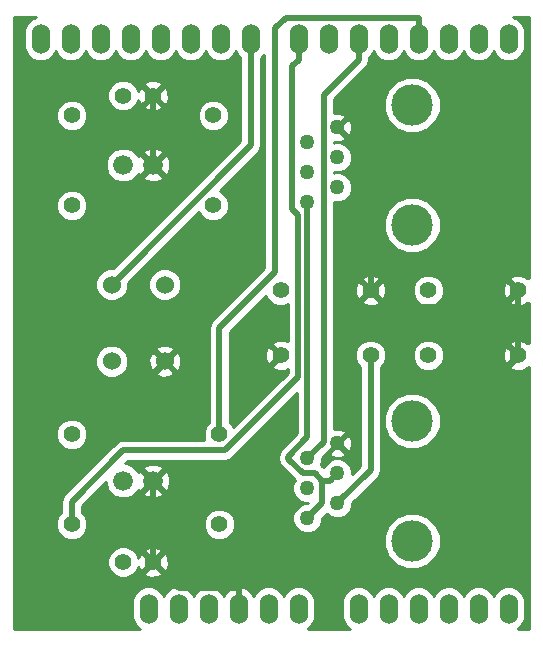
<source format=gtl>
G04 (created by PCBNEW-RS274X (2012-apr-16-27)-stable) date Thu 10 Jul 2014 06:21:53 PM PDT*
G01*
G70*
G90*
%MOIN*%
G04 Gerber Fmt 3.4, Leading zero omitted, Abs format*
%FSLAX34Y34*%
G04 APERTURE LIST*
%ADD10C,0.006000*%
%ADD11C,0.055000*%
%ADD12C,0.060000*%
%ADD13C,0.066000*%
%ADD14C,0.138000*%
%ADD15C,0.050000*%
%ADD16O,0.060000X0.100000*%
%ADD17C,0.020000*%
%ADD18C,0.010000*%
G04 APERTURE END LIST*
G54D10*
G54D11*
X27165Y-31177D03*
X27165Y-34177D03*
X27165Y-44807D03*
X27165Y-41807D03*
X31890Y-31177D03*
X31890Y-34177D03*
X32087Y-41807D03*
X32087Y-44807D03*
X34131Y-37008D03*
X37131Y-37008D03*
X37131Y-39173D03*
X34131Y-39173D03*
X39052Y-37008D03*
X42052Y-37008D03*
X39052Y-39173D03*
X42052Y-39173D03*
G54D12*
X28496Y-39371D03*
X30268Y-39371D03*
X28496Y-36811D03*
X30268Y-36811D03*
G54D13*
X28882Y-32825D03*
X29882Y-32825D03*
X28882Y-43356D03*
X29882Y-43356D03*
G54D14*
X38522Y-34825D03*
X38522Y-30825D03*
G54D15*
X35022Y-34075D03*
X36022Y-33575D03*
X35022Y-33075D03*
X36022Y-32575D03*
X35022Y-32075D03*
X36022Y-31575D03*
G54D14*
X38522Y-45356D03*
X38522Y-41356D03*
G54D15*
X35022Y-44606D03*
X36022Y-44106D03*
X35022Y-43606D03*
X36022Y-43106D03*
X35022Y-42606D03*
X36022Y-42106D03*
G54D11*
X28882Y-30512D03*
X29882Y-30512D03*
X28882Y-46063D03*
X29882Y-46063D03*
G54D16*
X41732Y-47622D03*
X40732Y-47622D03*
X39732Y-47622D03*
X36732Y-47622D03*
X37732Y-47622D03*
X38732Y-47622D03*
X34732Y-47622D03*
X33732Y-47622D03*
X32732Y-47622D03*
X30732Y-47622D03*
X29732Y-47622D03*
X41732Y-28622D03*
X40732Y-28622D03*
X39732Y-28622D03*
X38732Y-28622D03*
X37732Y-28622D03*
X36732Y-28622D03*
X35732Y-28622D03*
X34732Y-28622D03*
X33132Y-28622D03*
X32132Y-28622D03*
X31132Y-28622D03*
X30132Y-28622D03*
X29132Y-28622D03*
X28132Y-28622D03*
X27132Y-28622D03*
X26132Y-28622D03*
X31732Y-47622D03*
G54D17*
X34865Y-43106D02*
X34385Y-42626D01*
X35022Y-44606D02*
X35522Y-44106D01*
X35022Y-41909D02*
X35022Y-34075D01*
X34385Y-42546D02*
X35022Y-41909D01*
X35277Y-43106D02*
X34865Y-43106D01*
X35522Y-43351D02*
X35277Y-43106D01*
X35522Y-44106D02*
X35522Y-43351D01*
X34385Y-42626D02*
X34385Y-42546D01*
X35522Y-43351D02*
X35777Y-43351D01*
X35777Y-43351D02*
X36022Y-43106D01*
X35568Y-42060D02*
X35022Y-42606D01*
X35568Y-30489D02*
X35568Y-42060D01*
X36732Y-29325D02*
X35568Y-30489D01*
X36732Y-28622D02*
X36732Y-29325D01*
X27165Y-44807D02*
X27165Y-44049D01*
X27165Y-44049D02*
X28884Y-42330D01*
X34732Y-28622D02*
X34732Y-29325D01*
X28884Y-42330D02*
X32285Y-42330D01*
X32285Y-42330D02*
X34718Y-39897D01*
X34718Y-39897D02*
X34718Y-34498D01*
X34524Y-34304D02*
X34524Y-29533D01*
X34524Y-29533D02*
X34732Y-29325D01*
X34718Y-34498D02*
X34524Y-34304D01*
X33132Y-32175D02*
X28496Y-36811D01*
X33132Y-28622D02*
X33132Y-32175D01*
X38732Y-27919D02*
X34294Y-27919D01*
X34294Y-27919D02*
X33936Y-28277D01*
X38732Y-28622D02*
X38732Y-27919D01*
X33936Y-36398D02*
X32087Y-38247D01*
X33936Y-28277D02*
X33936Y-36398D01*
X32087Y-38247D02*
X32087Y-41807D01*
X36022Y-31575D02*
X37131Y-32684D01*
X37131Y-32684D02*
X37131Y-37008D01*
X42052Y-37549D02*
X42052Y-37008D01*
X42052Y-39173D02*
X42052Y-37549D01*
X37131Y-37008D02*
X37672Y-37549D01*
X37672Y-37549D02*
X42052Y-37549D01*
X29882Y-30512D02*
X29882Y-32825D01*
X29882Y-46063D02*
X29882Y-43356D01*
X32732Y-46919D02*
X30738Y-46919D01*
X30738Y-46919D02*
X29882Y-46063D01*
X32732Y-47622D02*
X32732Y-46919D01*
X37131Y-42997D02*
X36022Y-44106D01*
X37131Y-39173D02*
X37131Y-42997D01*
G54D10*
G36*
X34368Y-39752D02*
X32555Y-41565D01*
X32532Y-41510D01*
X32437Y-41414D01*
X32437Y-38391D01*
X33638Y-37190D01*
X33686Y-37305D01*
X33833Y-37453D01*
X34026Y-37533D01*
X34235Y-37533D01*
X34368Y-37477D01*
X34368Y-38710D01*
X34205Y-38654D01*
X34001Y-38665D01*
X33864Y-38721D01*
X33841Y-38812D01*
X34096Y-39067D01*
X34131Y-39102D01*
X34202Y-39173D01*
X34131Y-39244D01*
X34096Y-39279D01*
X34060Y-39315D01*
X34060Y-39173D01*
X33770Y-38883D01*
X33679Y-38906D01*
X33612Y-39099D01*
X33623Y-39303D01*
X33679Y-39440D01*
X33770Y-39463D01*
X34060Y-39173D01*
X34060Y-39315D01*
X33841Y-39534D01*
X33864Y-39625D01*
X34057Y-39692D01*
X34261Y-39681D01*
X34368Y-39637D01*
X34368Y-39752D01*
X34368Y-39752D01*
G37*
G54D18*
X34368Y-39752D02*
X32555Y-41565D01*
X32532Y-41510D01*
X32437Y-41414D01*
X32437Y-38391D01*
X33638Y-37190D01*
X33686Y-37305D01*
X33833Y-37453D01*
X34026Y-37533D01*
X34235Y-37533D01*
X34368Y-37477D01*
X34368Y-38710D01*
X34205Y-38654D01*
X34001Y-38665D01*
X33864Y-38721D01*
X33841Y-38812D01*
X34096Y-39067D01*
X34131Y-39102D01*
X34202Y-39173D01*
X34131Y-39244D01*
X34096Y-39279D01*
X34060Y-39315D01*
X34060Y-39173D01*
X33770Y-38883D01*
X33679Y-38906D01*
X33612Y-39099D01*
X33623Y-39303D01*
X33679Y-39440D01*
X33770Y-39463D01*
X34060Y-39173D01*
X34060Y-39315D01*
X33841Y-39534D01*
X33864Y-39625D01*
X34057Y-39692D01*
X34261Y-39681D01*
X34368Y-39637D01*
X34368Y-39752D01*
G54D10*
G36*
X42403Y-48297D02*
X42342Y-48297D01*
X42030Y-48297D01*
X42038Y-48294D01*
X42189Y-48142D01*
X42272Y-47944D01*
X42272Y-47729D01*
X42272Y-47301D01*
X42190Y-47102D01*
X42038Y-46951D01*
X41840Y-46868D01*
X41625Y-46868D01*
X41426Y-46950D01*
X41275Y-47102D01*
X41232Y-47204D01*
X41190Y-47102D01*
X41038Y-46951D01*
X40840Y-46868D01*
X40625Y-46868D01*
X40426Y-46950D01*
X40275Y-47102D01*
X40232Y-47204D01*
X40190Y-47102D01*
X40038Y-46951D01*
X39840Y-46868D01*
X39625Y-46868D01*
X39577Y-46887D01*
X39577Y-39278D01*
X39577Y-39069D01*
X39577Y-37113D01*
X39577Y-36904D01*
X39497Y-36711D01*
X39462Y-36675D01*
X39462Y-35013D01*
X39462Y-34639D01*
X39462Y-31013D01*
X39462Y-30639D01*
X39319Y-30293D01*
X39055Y-30029D01*
X38710Y-29885D01*
X38336Y-29885D01*
X37990Y-30028D01*
X37726Y-30292D01*
X37582Y-30637D01*
X37582Y-31011D01*
X37725Y-31357D01*
X37989Y-31621D01*
X38334Y-31765D01*
X38708Y-31765D01*
X39054Y-31622D01*
X39318Y-31358D01*
X39462Y-31013D01*
X39462Y-34639D01*
X39319Y-34293D01*
X39055Y-34029D01*
X38710Y-33885D01*
X38336Y-33885D01*
X37990Y-34028D01*
X37726Y-34292D01*
X37582Y-34637D01*
X37582Y-35011D01*
X37725Y-35357D01*
X37989Y-35621D01*
X38334Y-35765D01*
X38708Y-35765D01*
X39054Y-35622D01*
X39318Y-35358D01*
X39462Y-35013D01*
X39462Y-36675D01*
X39350Y-36563D01*
X39157Y-36483D01*
X38948Y-36483D01*
X38755Y-36563D01*
X38607Y-36710D01*
X38527Y-36903D01*
X38527Y-37112D01*
X38607Y-37305D01*
X38754Y-37453D01*
X38947Y-37533D01*
X39156Y-37533D01*
X39349Y-37453D01*
X39497Y-37306D01*
X39577Y-37113D01*
X39577Y-39069D01*
X39497Y-38876D01*
X39350Y-38728D01*
X39157Y-38648D01*
X38948Y-38648D01*
X38755Y-38728D01*
X38607Y-38875D01*
X38527Y-39068D01*
X38527Y-39277D01*
X38607Y-39470D01*
X38754Y-39618D01*
X38947Y-39698D01*
X39156Y-39698D01*
X39349Y-39618D01*
X39497Y-39471D01*
X39577Y-39278D01*
X39577Y-46887D01*
X39462Y-46935D01*
X39462Y-45544D01*
X39462Y-45170D01*
X39462Y-41544D01*
X39462Y-41170D01*
X39319Y-40824D01*
X39055Y-40560D01*
X38710Y-40416D01*
X38336Y-40416D01*
X37990Y-40559D01*
X37726Y-40823D01*
X37582Y-41168D01*
X37582Y-41542D01*
X37725Y-41888D01*
X37989Y-42152D01*
X38334Y-42296D01*
X38708Y-42296D01*
X39054Y-42153D01*
X39318Y-41889D01*
X39462Y-41544D01*
X39462Y-45170D01*
X39319Y-44824D01*
X39055Y-44560D01*
X38710Y-44416D01*
X38336Y-44416D01*
X37990Y-44559D01*
X37726Y-44823D01*
X37582Y-45168D01*
X37582Y-45542D01*
X37725Y-45888D01*
X37989Y-46152D01*
X38334Y-46296D01*
X38708Y-46296D01*
X39054Y-46153D01*
X39318Y-45889D01*
X39462Y-45544D01*
X39462Y-46935D01*
X39426Y-46950D01*
X39275Y-47102D01*
X39232Y-47204D01*
X39190Y-47102D01*
X39038Y-46951D01*
X38840Y-46868D01*
X38625Y-46868D01*
X38426Y-46950D01*
X38275Y-47102D01*
X38232Y-47204D01*
X38190Y-47102D01*
X38038Y-46951D01*
X37840Y-46868D01*
X37625Y-46868D01*
X37426Y-46950D01*
X37275Y-47102D01*
X37232Y-47204D01*
X37190Y-47102D01*
X37038Y-46951D01*
X36840Y-46868D01*
X36625Y-46868D01*
X36426Y-46950D01*
X36275Y-47102D01*
X36192Y-47300D01*
X36192Y-47515D01*
X36192Y-47943D01*
X36274Y-48142D01*
X36426Y-48293D01*
X36435Y-48297D01*
X35030Y-48297D01*
X35038Y-48294D01*
X35189Y-48142D01*
X35272Y-47944D01*
X35272Y-47729D01*
X35272Y-47301D01*
X35190Y-47102D01*
X35038Y-46951D01*
X34840Y-46868D01*
X34625Y-46868D01*
X34426Y-46950D01*
X34275Y-47102D01*
X34232Y-47204D01*
X34190Y-47102D01*
X34038Y-46951D01*
X33840Y-46868D01*
X33625Y-46868D01*
X33426Y-46950D01*
X33275Y-47102D01*
X33232Y-47203D01*
X33221Y-47165D01*
X33085Y-46997D01*
X32895Y-46894D01*
X32867Y-46890D01*
X32782Y-46937D01*
X32782Y-47522D01*
X32782Y-47572D01*
X32782Y-47672D01*
X32682Y-47672D01*
X32682Y-47572D01*
X32682Y-47522D01*
X32682Y-46937D01*
X32612Y-46898D01*
X32612Y-44912D01*
X32612Y-44703D01*
X32532Y-44510D01*
X32385Y-44362D01*
X32192Y-44282D01*
X31983Y-44282D01*
X31790Y-44362D01*
X31642Y-44509D01*
X31562Y-44702D01*
X31562Y-44911D01*
X31642Y-45104D01*
X31789Y-45252D01*
X31982Y-45332D01*
X32191Y-45332D01*
X32384Y-45252D01*
X32532Y-45105D01*
X32612Y-44912D01*
X32612Y-46898D01*
X32597Y-46890D01*
X32569Y-46894D01*
X32379Y-46997D01*
X32243Y-47165D01*
X32231Y-47203D01*
X32190Y-47102D01*
X32038Y-46951D01*
X31840Y-46868D01*
X31625Y-46868D01*
X31426Y-46950D01*
X31275Y-47102D01*
X31232Y-47204D01*
X31190Y-47102D01*
X31038Y-46951D01*
X30840Y-46868D01*
X30625Y-46868D01*
X30455Y-46938D01*
X30455Y-43442D01*
X30444Y-43217D01*
X30378Y-43058D01*
X30282Y-43027D01*
X30211Y-43098D01*
X30211Y-42956D01*
X30180Y-42860D01*
X29968Y-42783D01*
X29743Y-42794D01*
X29584Y-42860D01*
X29553Y-42956D01*
X29882Y-43285D01*
X30211Y-42956D01*
X30211Y-43098D01*
X29953Y-43356D01*
X30282Y-43685D01*
X30378Y-43654D01*
X30455Y-43442D01*
X30455Y-46938D01*
X30426Y-46950D01*
X30401Y-46975D01*
X30401Y-46137D01*
X30390Y-45933D01*
X30334Y-45796D01*
X30243Y-45773D01*
X30211Y-45805D01*
X30211Y-43756D01*
X29882Y-43427D01*
X29553Y-43756D01*
X29584Y-43852D01*
X29796Y-43929D01*
X30021Y-43918D01*
X30180Y-43852D01*
X30211Y-43756D01*
X30211Y-45805D01*
X30172Y-45844D01*
X30172Y-45702D01*
X30149Y-45611D01*
X29956Y-45544D01*
X29752Y-45555D01*
X29615Y-45611D01*
X29592Y-45702D01*
X29882Y-45992D01*
X30172Y-45702D01*
X30172Y-45844D01*
X29953Y-46063D01*
X30243Y-46353D01*
X30334Y-46330D01*
X30401Y-46137D01*
X30401Y-46975D01*
X30275Y-47102D01*
X30232Y-47204D01*
X30190Y-47102D01*
X30172Y-47084D01*
X30172Y-46424D01*
X29882Y-46134D01*
X29811Y-46205D01*
X29811Y-46063D01*
X29521Y-45773D01*
X29430Y-45796D01*
X29388Y-45914D01*
X29327Y-45766D01*
X29180Y-45618D01*
X28987Y-45538D01*
X28778Y-45538D01*
X28585Y-45618D01*
X28437Y-45765D01*
X28357Y-45958D01*
X28357Y-46167D01*
X28437Y-46360D01*
X28584Y-46508D01*
X28777Y-46588D01*
X28986Y-46588D01*
X29179Y-46508D01*
X29327Y-46361D01*
X29385Y-46220D01*
X29430Y-46330D01*
X29521Y-46353D01*
X29811Y-46063D01*
X29811Y-46205D01*
X29592Y-46424D01*
X29615Y-46515D01*
X29808Y-46582D01*
X30012Y-46571D01*
X30149Y-46515D01*
X30172Y-46424D01*
X30172Y-47084D01*
X30038Y-46951D01*
X29840Y-46868D01*
X29625Y-46868D01*
X29426Y-46950D01*
X29275Y-47102D01*
X29192Y-47300D01*
X29192Y-47515D01*
X29192Y-47943D01*
X29274Y-48142D01*
X29426Y-48293D01*
X29435Y-48297D01*
X25258Y-48297D01*
X25258Y-27884D01*
X25986Y-27884D01*
X25826Y-27950D01*
X25675Y-28102D01*
X25592Y-28300D01*
X25592Y-28515D01*
X25592Y-28943D01*
X25674Y-29142D01*
X25826Y-29293D01*
X26024Y-29376D01*
X26239Y-29376D01*
X26438Y-29294D01*
X26589Y-29142D01*
X26631Y-29039D01*
X26674Y-29142D01*
X26826Y-29293D01*
X27024Y-29376D01*
X27239Y-29376D01*
X27438Y-29294D01*
X27589Y-29142D01*
X27631Y-29039D01*
X27674Y-29142D01*
X27826Y-29293D01*
X28024Y-29376D01*
X28239Y-29376D01*
X28438Y-29294D01*
X28589Y-29142D01*
X28631Y-29039D01*
X28674Y-29142D01*
X28826Y-29293D01*
X29024Y-29376D01*
X29239Y-29376D01*
X29438Y-29294D01*
X29589Y-29142D01*
X29631Y-29039D01*
X29674Y-29142D01*
X29826Y-29293D01*
X30024Y-29376D01*
X30239Y-29376D01*
X30438Y-29294D01*
X30589Y-29142D01*
X30631Y-29039D01*
X30674Y-29142D01*
X30826Y-29293D01*
X31024Y-29376D01*
X31239Y-29376D01*
X31438Y-29294D01*
X31589Y-29142D01*
X31631Y-29039D01*
X31674Y-29142D01*
X31826Y-29293D01*
X32024Y-29376D01*
X32239Y-29376D01*
X32438Y-29294D01*
X32589Y-29142D01*
X32631Y-29039D01*
X32674Y-29142D01*
X32782Y-29249D01*
X32782Y-32030D01*
X32415Y-32397D01*
X32415Y-31282D01*
X32415Y-31073D01*
X32335Y-30880D01*
X32188Y-30732D01*
X31995Y-30652D01*
X31786Y-30652D01*
X31593Y-30732D01*
X31445Y-30879D01*
X31365Y-31072D01*
X31365Y-31281D01*
X31445Y-31474D01*
X31592Y-31622D01*
X31785Y-31702D01*
X31994Y-31702D01*
X32187Y-31622D01*
X32335Y-31475D01*
X32415Y-31282D01*
X32415Y-32397D01*
X30455Y-34357D01*
X30455Y-32911D01*
X30444Y-32686D01*
X30401Y-32582D01*
X30401Y-30586D01*
X30390Y-30382D01*
X30334Y-30245D01*
X30243Y-30222D01*
X30172Y-30293D01*
X30172Y-30151D01*
X30149Y-30060D01*
X29956Y-29993D01*
X29752Y-30004D01*
X29615Y-30060D01*
X29592Y-30151D01*
X29882Y-30441D01*
X30172Y-30151D01*
X30172Y-30293D01*
X29953Y-30512D01*
X30243Y-30802D01*
X30334Y-30779D01*
X30401Y-30586D01*
X30401Y-32582D01*
X30378Y-32527D01*
X30282Y-32496D01*
X30211Y-32567D01*
X30211Y-32425D01*
X30180Y-32329D01*
X30172Y-32326D01*
X30172Y-30873D01*
X29882Y-30583D01*
X29811Y-30654D01*
X29811Y-30512D01*
X29521Y-30222D01*
X29430Y-30245D01*
X29388Y-30363D01*
X29327Y-30215D01*
X29180Y-30067D01*
X28987Y-29987D01*
X28778Y-29987D01*
X28585Y-30067D01*
X28437Y-30214D01*
X28357Y-30407D01*
X28357Y-30616D01*
X28437Y-30809D01*
X28584Y-30957D01*
X28777Y-31037D01*
X28986Y-31037D01*
X29179Y-30957D01*
X29327Y-30810D01*
X29385Y-30669D01*
X29430Y-30779D01*
X29521Y-30802D01*
X29811Y-30512D01*
X29811Y-30654D01*
X29592Y-30873D01*
X29615Y-30964D01*
X29808Y-31031D01*
X30012Y-31020D01*
X30149Y-30964D01*
X30172Y-30873D01*
X30172Y-32326D01*
X29968Y-32252D01*
X29743Y-32263D01*
X29584Y-32329D01*
X29553Y-32425D01*
X29882Y-32754D01*
X30211Y-32425D01*
X30211Y-32567D01*
X29953Y-32825D01*
X30282Y-33154D01*
X30378Y-33123D01*
X30455Y-32911D01*
X30455Y-34357D01*
X30211Y-34601D01*
X30211Y-33225D01*
X29882Y-32896D01*
X29811Y-32967D01*
X29811Y-32825D01*
X29482Y-32496D01*
X29386Y-32526D01*
X29374Y-32497D01*
X29211Y-32334D01*
X28998Y-32245D01*
X28767Y-32245D01*
X28554Y-32333D01*
X28391Y-32496D01*
X28302Y-32709D01*
X28302Y-32940D01*
X28390Y-33153D01*
X28553Y-33316D01*
X28766Y-33405D01*
X28997Y-33405D01*
X29210Y-33317D01*
X29373Y-33154D01*
X29385Y-33122D01*
X29386Y-33123D01*
X29482Y-33154D01*
X29811Y-32825D01*
X29811Y-32967D01*
X29553Y-33225D01*
X29584Y-33321D01*
X29796Y-33398D01*
X30021Y-33387D01*
X30180Y-33321D01*
X30211Y-33225D01*
X30211Y-34601D01*
X28550Y-36262D01*
X28387Y-36262D01*
X28185Y-36346D01*
X28031Y-36500D01*
X27947Y-36702D01*
X27947Y-36920D01*
X28031Y-37122D01*
X28185Y-37276D01*
X28387Y-37360D01*
X28605Y-37360D01*
X28807Y-37276D01*
X28961Y-37122D01*
X29045Y-36920D01*
X29045Y-36756D01*
X31410Y-34390D01*
X31445Y-34474D01*
X31592Y-34622D01*
X31785Y-34702D01*
X31994Y-34702D01*
X32187Y-34622D01*
X32335Y-34475D01*
X32415Y-34282D01*
X32415Y-34073D01*
X32335Y-33880D01*
X32188Y-33732D01*
X32104Y-33697D01*
X33379Y-32423D01*
X33379Y-32422D01*
X33455Y-32309D01*
X33481Y-32175D01*
X33482Y-32175D01*
X33482Y-29249D01*
X33586Y-29145D01*
X33586Y-36253D01*
X31840Y-38000D01*
X31764Y-38113D01*
X31737Y-38247D01*
X31737Y-41414D01*
X31642Y-41509D01*
X31562Y-41702D01*
X31562Y-41911D01*
X31590Y-41980D01*
X30817Y-41980D01*
X30817Y-36920D01*
X30817Y-36702D01*
X30733Y-36500D01*
X30579Y-36346D01*
X30377Y-36262D01*
X30159Y-36262D01*
X29957Y-36346D01*
X29803Y-36500D01*
X29719Y-36702D01*
X29719Y-36920D01*
X29803Y-37122D01*
X29957Y-37276D01*
X30159Y-37360D01*
X30377Y-37360D01*
X30579Y-37276D01*
X30733Y-37122D01*
X30817Y-36920D01*
X30817Y-41980D01*
X30811Y-41980D01*
X30811Y-39450D01*
X30800Y-39237D01*
X30740Y-39090D01*
X30646Y-39063D01*
X30576Y-39133D01*
X30576Y-38993D01*
X30549Y-38899D01*
X30347Y-38828D01*
X30134Y-38839D01*
X29987Y-38899D01*
X29960Y-38993D01*
X30268Y-39300D01*
X30576Y-38993D01*
X30576Y-39133D01*
X30339Y-39371D01*
X30646Y-39679D01*
X30740Y-39652D01*
X30811Y-39450D01*
X30811Y-41980D01*
X30576Y-41980D01*
X30576Y-39749D01*
X30268Y-39442D01*
X30197Y-39512D01*
X30197Y-39371D01*
X29890Y-39063D01*
X29796Y-39090D01*
X29725Y-39292D01*
X29736Y-39505D01*
X29796Y-39652D01*
X29890Y-39679D01*
X30197Y-39371D01*
X30197Y-39512D01*
X29960Y-39749D01*
X29987Y-39843D01*
X30189Y-39914D01*
X30402Y-39903D01*
X30549Y-39843D01*
X30576Y-39749D01*
X30576Y-41980D01*
X29045Y-41980D01*
X29045Y-39480D01*
X29045Y-39262D01*
X28961Y-39060D01*
X28807Y-38906D01*
X28605Y-38822D01*
X28387Y-38822D01*
X28185Y-38906D01*
X28031Y-39060D01*
X27947Y-39262D01*
X27947Y-39480D01*
X28031Y-39682D01*
X28185Y-39836D01*
X28387Y-39920D01*
X28605Y-39920D01*
X28807Y-39836D01*
X28961Y-39682D01*
X29045Y-39480D01*
X29045Y-41980D01*
X28884Y-41980D01*
X28750Y-42007D01*
X28636Y-42083D01*
X27690Y-43029D01*
X27690Y-41912D01*
X27690Y-41703D01*
X27690Y-34282D01*
X27690Y-34073D01*
X27690Y-31282D01*
X27690Y-31073D01*
X27610Y-30880D01*
X27463Y-30732D01*
X27270Y-30652D01*
X27061Y-30652D01*
X26868Y-30732D01*
X26720Y-30879D01*
X26640Y-31072D01*
X26640Y-31281D01*
X26720Y-31474D01*
X26867Y-31622D01*
X27060Y-31702D01*
X27269Y-31702D01*
X27462Y-31622D01*
X27610Y-31475D01*
X27690Y-31282D01*
X27690Y-34073D01*
X27610Y-33880D01*
X27463Y-33732D01*
X27270Y-33652D01*
X27061Y-33652D01*
X26868Y-33732D01*
X26720Y-33879D01*
X26640Y-34072D01*
X26640Y-34281D01*
X26720Y-34474D01*
X26867Y-34622D01*
X27060Y-34702D01*
X27269Y-34702D01*
X27462Y-34622D01*
X27610Y-34475D01*
X27690Y-34282D01*
X27690Y-41703D01*
X27610Y-41510D01*
X27463Y-41362D01*
X27270Y-41282D01*
X27061Y-41282D01*
X26868Y-41362D01*
X26720Y-41509D01*
X26640Y-41702D01*
X26640Y-41911D01*
X26720Y-42104D01*
X26867Y-42252D01*
X27060Y-42332D01*
X27269Y-42332D01*
X27462Y-42252D01*
X27610Y-42105D01*
X27690Y-41912D01*
X27690Y-43029D01*
X26918Y-43802D01*
X26842Y-43915D01*
X26815Y-44049D01*
X26815Y-44414D01*
X26720Y-44509D01*
X26640Y-44702D01*
X26640Y-44911D01*
X26720Y-45104D01*
X26867Y-45252D01*
X27060Y-45332D01*
X27269Y-45332D01*
X27462Y-45252D01*
X27610Y-45105D01*
X27690Y-44912D01*
X27690Y-44703D01*
X27610Y-44510D01*
X27515Y-44414D01*
X27515Y-44193D01*
X28302Y-43406D01*
X28302Y-43471D01*
X28390Y-43684D01*
X28553Y-43847D01*
X28766Y-43936D01*
X28997Y-43936D01*
X29210Y-43848D01*
X29373Y-43685D01*
X29385Y-43653D01*
X29386Y-43654D01*
X29482Y-43685D01*
X29811Y-43356D01*
X29482Y-43027D01*
X29386Y-43057D01*
X29374Y-43028D01*
X29211Y-42865D01*
X28998Y-42776D01*
X28932Y-42776D01*
X29028Y-42680D01*
X32285Y-42680D01*
X32285Y-42679D01*
X32419Y-42653D01*
X32532Y-42577D01*
X34672Y-40437D01*
X34672Y-41764D01*
X34138Y-42299D01*
X34062Y-42412D01*
X34035Y-42546D01*
X34035Y-42626D01*
X34062Y-42760D01*
X34138Y-42873D01*
X34595Y-43331D01*
X34523Y-43507D01*
X34523Y-43705D01*
X34599Y-43888D01*
X34739Y-44029D01*
X34923Y-44105D01*
X35028Y-44105D01*
X35026Y-44107D01*
X34923Y-44107D01*
X34740Y-44183D01*
X34599Y-44323D01*
X34523Y-44507D01*
X34523Y-44705D01*
X34599Y-44888D01*
X34739Y-45029D01*
X34923Y-45105D01*
X35121Y-45105D01*
X35304Y-45029D01*
X35445Y-44889D01*
X35521Y-44705D01*
X35521Y-44601D01*
X35666Y-44456D01*
X35739Y-44529D01*
X35923Y-44605D01*
X36121Y-44605D01*
X36304Y-44529D01*
X36445Y-44389D01*
X36521Y-44205D01*
X36521Y-44101D01*
X37378Y-43245D01*
X37378Y-43244D01*
X37454Y-43131D01*
X37480Y-42997D01*
X37481Y-42997D01*
X37481Y-39565D01*
X37576Y-39471D01*
X37656Y-39278D01*
X37656Y-39069D01*
X37650Y-39054D01*
X37650Y-37082D01*
X37639Y-36878D01*
X37583Y-36741D01*
X37492Y-36718D01*
X37421Y-36789D01*
X37421Y-36647D01*
X37398Y-36556D01*
X37205Y-36489D01*
X37001Y-36500D01*
X36864Y-36556D01*
X36841Y-36647D01*
X37131Y-36937D01*
X37421Y-36647D01*
X37421Y-36789D01*
X37202Y-37008D01*
X37492Y-37298D01*
X37583Y-37275D01*
X37650Y-37082D01*
X37650Y-39054D01*
X37576Y-38876D01*
X37429Y-38728D01*
X37421Y-38724D01*
X37421Y-37369D01*
X37131Y-37079D01*
X37060Y-37150D01*
X37060Y-37008D01*
X36770Y-36718D01*
X36679Y-36741D01*
X36612Y-36934D01*
X36623Y-37138D01*
X36679Y-37275D01*
X36770Y-37298D01*
X37060Y-37008D01*
X37060Y-37150D01*
X36841Y-37369D01*
X36864Y-37460D01*
X37057Y-37527D01*
X37261Y-37516D01*
X37398Y-37460D01*
X37421Y-37369D01*
X37421Y-38724D01*
X37236Y-38648D01*
X37027Y-38648D01*
X36834Y-38728D01*
X36686Y-38875D01*
X36606Y-39068D01*
X36606Y-39277D01*
X36686Y-39470D01*
X36781Y-39565D01*
X36781Y-42852D01*
X36521Y-43112D01*
X36521Y-43007D01*
X36517Y-42997D01*
X36517Y-42174D01*
X36505Y-41979D01*
X36453Y-41854D01*
X36365Y-41834D01*
X36093Y-42106D01*
X36365Y-42378D01*
X36453Y-42358D01*
X36517Y-42174D01*
X36517Y-42997D01*
X36445Y-42824D01*
X36305Y-42683D01*
X36294Y-42678D01*
X36294Y-42449D01*
X36022Y-42177D01*
X35750Y-42449D01*
X35770Y-42537D01*
X35954Y-42601D01*
X36149Y-42589D01*
X36274Y-42537D01*
X36294Y-42449D01*
X36294Y-42678D01*
X36121Y-42607D01*
X35923Y-42607D01*
X35740Y-42683D01*
X35599Y-42823D01*
X35566Y-42901D01*
X35524Y-42859D01*
X35471Y-42823D01*
X35521Y-42705D01*
X35521Y-42601D01*
X35815Y-42308D01*
X35815Y-42307D01*
X35891Y-42194D01*
X35897Y-42159D01*
X35898Y-42158D01*
X35915Y-42140D01*
X35916Y-42141D01*
X35951Y-42106D01*
X36022Y-42035D01*
X36057Y-42000D01*
X36294Y-41763D01*
X36274Y-41675D01*
X36090Y-41611D01*
X35918Y-41621D01*
X35918Y-34071D01*
X35923Y-34074D01*
X36121Y-34074D01*
X36304Y-33998D01*
X36445Y-33858D01*
X36521Y-33674D01*
X36521Y-33476D01*
X36445Y-33293D01*
X36305Y-33152D01*
X36121Y-33076D01*
X35923Y-33076D01*
X35918Y-33078D01*
X35918Y-33071D01*
X35923Y-33074D01*
X36121Y-33074D01*
X36304Y-32998D01*
X36445Y-32858D01*
X36521Y-32674D01*
X36521Y-32476D01*
X36517Y-32466D01*
X36517Y-31643D01*
X36505Y-31448D01*
X36453Y-31323D01*
X36365Y-31303D01*
X36093Y-31575D01*
X36365Y-31847D01*
X36453Y-31827D01*
X36517Y-31643D01*
X36517Y-32466D01*
X36445Y-32293D01*
X36305Y-32152D01*
X36121Y-32076D01*
X35923Y-32076D01*
X35918Y-32078D01*
X35918Y-32057D01*
X35954Y-32070D01*
X36149Y-32058D01*
X36274Y-32006D01*
X36294Y-31918D01*
X36057Y-31681D01*
X36022Y-31646D01*
X35951Y-31575D01*
X36022Y-31504D01*
X36057Y-31469D01*
X36294Y-31232D01*
X36274Y-31144D01*
X36090Y-31080D01*
X35918Y-31090D01*
X35918Y-30633D01*
X36979Y-29573D01*
X36979Y-29572D01*
X37055Y-29459D01*
X37081Y-29325D01*
X37082Y-29325D01*
X37082Y-29249D01*
X37189Y-29142D01*
X37231Y-29039D01*
X37274Y-29142D01*
X37426Y-29293D01*
X37624Y-29376D01*
X37839Y-29376D01*
X38038Y-29294D01*
X38189Y-29142D01*
X38231Y-29039D01*
X38274Y-29142D01*
X38426Y-29293D01*
X38624Y-29376D01*
X38839Y-29376D01*
X39038Y-29294D01*
X39189Y-29142D01*
X39231Y-29039D01*
X39274Y-29142D01*
X39426Y-29293D01*
X39624Y-29376D01*
X39839Y-29376D01*
X40038Y-29294D01*
X40189Y-29142D01*
X40231Y-29039D01*
X40274Y-29142D01*
X40426Y-29293D01*
X40624Y-29376D01*
X40839Y-29376D01*
X41038Y-29294D01*
X41189Y-29142D01*
X41231Y-29039D01*
X41274Y-29142D01*
X41426Y-29293D01*
X41624Y-29376D01*
X41839Y-29376D01*
X42038Y-29294D01*
X42189Y-29142D01*
X42272Y-28944D01*
X42272Y-28729D01*
X42272Y-28301D01*
X42190Y-28102D01*
X42038Y-27951D01*
X41878Y-27884D01*
X42403Y-27884D01*
X42403Y-36604D01*
X42359Y-36560D01*
X42327Y-36591D01*
X42319Y-36556D01*
X42126Y-36489D01*
X41922Y-36500D01*
X41785Y-36556D01*
X41762Y-36647D01*
X42017Y-36902D01*
X42052Y-36937D01*
X42123Y-37008D01*
X42052Y-37079D01*
X42017Y-37114D01*
X41981Y-37150D01*
X41981Y-37008D01*
X41691Y-36718D01*
X41600Y-36741D01*
X41533Y-36934D01*
X41544Y-37138D01*
X41600Y-37275D01*
X41691Y-37298D01*
X41981Y-37008D01*
X41981Y-37150D01*
X41762Y-37369D01*
X41785Y-37460D01*
X41978Y-37527D01*
X42182Y-37516D01*
X42319Y-37460D01*
X42327Y-37424D01*
X42342Y-37439D01*
X42359Y-37456D01*
X42403Y-37412D01*
X42403Y-38769D01*
X42359Y-38725D01*
X42342Y-38742D01*
X42327Y-38756D01*
X42319Y-38721D01*
X42126Y-38654D01*
X41922Y-38665D01*
X41785Y-38721D01*
X41762Y-38812D01*
X42017Y-39067D01*
X42052Y-39102D01*
X42123Y-39173D01*
X42052Y-39244D01*
X42017Y-39279D01*
X41981Y-39315D01*
X41981Y-39173D01*
X41691Y-38883D01*
X41600Y-38906D01*
X41533Y-39099D01*
X41544Y-39303D01*
X41600Y-39440D01*
X41691Y-39463D01*
X41981Y-39173D01*
X41981Y-39315D01*
X41762Y-39534D01*
X41785Y-39625D01*
X41978Y-39692D01*
X42182Y-39681D01*
X42319Y-39625D01*
X42327Y-39589D01*
X42342Y-39604D01*
X42359Y-39621D01*
X42403Y-39577D01*
X42403Y-48297D01*
X42403Y-48297D01*
G37*
G54D18*
X42403Y-48297D02*
X42342Y-48297D01*
X42030Y-48297D01*
X42038Y-48294D01*
X42189Y-48142D01*
X42272Y-47944D01*
X42272Y-47729D01*
X42272Y-47301D01*
X42190Y-47102D01*
X42038Y-46951D01*
X41840Y-46868D01*
X41625Y-46868D01*
X41426Y-46950D01*
X41275Y-47102D01*
X41232Y-47204D01*
X41190Y-47102D01*
X41038Y-46951D01*
X40840Y-46868D01*
X40625Y-46868D01*
X40426Y-46950D01*
X40275Y-47102D01*
X40232Y-47204D01*
X40190Y-47102D01*
X40038Y-46951D01*
X39840Y-46868D01*
X39625Y-46868D01*
X39577Y-46887D01*
X39577Y-39278D01*
X39577Y-39069D01*
X39577Y-37113D01*
X39577Y-36904D01*
X39497Y-36711D01*
X39462Y-36675D01*
X39462Y-35013D01*
X39462Y-34639D01*
X39462Y-31013D01*
X39462Y-30639D01*
X39319Y-30293D01*
X39055Y-30029D01*
X38710Y-29885D01*
X38336Y-29885D01*
X37990Y-30028D01*
X37726Y-30292D01*
X37582Y-30637D01*
X37582Y-31011D01*
X37725Y-31357D01*
X37989Y-31621D01*
X38334Y-31765D01*
X38708Y-31765D01*
X39054Y-31622D01*
X39318Y-31358D01*
X39462Y-31013D01*
X39462Y-34639D01*
X39319Y-34293D01*
X39055Y-34029D01*
X38710Y-33885D01*
X38336Y-33885D01*
X37990Y-34028D01*
X37726Y-34292D01*
X37582Y-34637D01*
X37582Y-35011D01*
X37725Y-35357D01*
X37989Y-35621D01*
X38334Y-35765D01*
X38708Y-35765D01*
X39054Y-35622D01*
X39318Y-35358D01*
X39462Y-35013D01*
X39462Y-36675D01*
X39350Y-36563D01*
X39157Y-36483D01*
X38948Y-36483D01*
X38755Y-36563D01*
X38607Y-36710D01*
X38527Y-36903D01*
X38527Y-37112D01*
X38607Y-37305D01*
X38754Y-37453D01*
X38947Y-37533D01*
X39156Y-37533D01*
X39349Y-37453D01*
X39497Y-37306D01*
X39577Y-37113D01*
X39577Y-39069D01*
X39497Y-38876D01*
X39350Y-38728D01*
X39157Y-38648D01*
X38948Y-38648D01*
X38755Y-38728D01*
X38607Y-38875D01*
X38527Y-39068D01*
X38527Y-39277D01*
X38607Y-39470D01*
X38754Y-39618D01*
X38947Y-39698D01*
X39156Y-39698D01*
X39349Y-39618D01*
X39497Y-39471D01*
X39577Y-39278D01*
X39577Y-46887D01*
X39462Y-46935D01*
X39462Y-45544D01*
X39462Y-45170D01*
X39462Y-41544D01*
X39462Y-41170D01*
X39319Y-40824D01*
X39055Y-40560D01*
X38710Y-40416D01*
X38336Y-40416D01*
X37990Y-40559D01*
X37726Y-40823D01*
X37582Y-41168D01*
X37582Y-41542D01*
X37725Y-41888D01*
X37989Y-42152D01*
X38334Y-42296D01*
X38708Y-42296D01*
X39054Y-42153D01*
X39318Y-41889D01*
X39462Y-41544D01*
X39462Y-45170D01*
X39319Y-44824D01*
X39055Y-44560D01*
X38710Y-44416D01*
X38336Y-44416D01*
X37990Y-44559D01*
X37726Y-44823D01*
X37582Y-45168D01*
X37582Y-45542D01*
X37725Y-45888D01*
X37989Y-46152D01*
X38334Y-46296D01*
X38708Y-46296D01*
X39054Y-46153D01*
X39318Y-45889D01*
X39462Y-45544D01*
X39462Y-46935D01*
X39426Y-46950D01*
X39275Y-47102D01*
X39232Y-47204D01*
X39190Y-47102D01*
X39038Y-46951D01*
X38840Y-46868D01*
X38625Y-46868D01*
X38426Y-46950D01*
X38275Y-47102D01*
X38232Y-47204D01*
X38190Y-47102D01*
X38038Y-46951D01*
X37840Y-46868D01*
X37625Y-46868D01*
X37426Y-46950D01*
X37275Y-47102D01*
X37232Y-47204D01*
X37190Y-47102D01*
X37038Y-46951D01*
X36840Y-46868D01*
X36625Y-46868D01*
X36426Y-46950D01*
X36275Y-47102D01*
X36192Y-47300D01*
X36192Y-47515D01*
X36192Y-47943D01*
X36274Y-48142D01*
X36426Y-48293D01*
X36435Y-48297D01*
X35030Y-48297D01*
X35038Y-48294D01*
X35189Y-48142D01*
X35272Y-47944D01*
X35272Y-47729D01*
X35272Y-47301D01*
X35190Y-47102D01*
X35038Y-46951D01*
X34840Y-46868D01*
X34625Y-46868D01*
X34426Y-46950D01*
X34275Y-47102D01*
X34232Y-47204D01*
X34190Y-47102D01*
X34038Y-46951D01*
X33840Y-46868D01*
X33625Y-46868D01*
X33426Y-46950D01*
X33275Y-47102D01*
X33232Y-47203D01*
X33221Y-47165D01*
X33085Y-46997D01*
X32895Y-46894D01*
X32867Y-46890D01*
X32782Y-46937D01*
X32782Y-47522D01*
X32782Y-47572D01*
X32782Y-47672D01*
X32682Y-47672D01*
X32682Y-47572D01*
X32682Y-47522D01*
X32682Y-46937D01*
X32612Y-46898D01*
X32612Y-44912D01*
X32612Y-44703D01*
X32532Y-44510D01*
X32385Y-44362D01*
X32192Y-44282D01*
X31983Y-44282D01*
X31790Y-44362D01*
X31642Y-44509D01*
X31562Y-44702D01*
X31562Y-44911D01*
X31642Y-45104D01*
X31789Y-45252D01*
X31982Y-45332D01*
X32191Y-45332D01*
X32384Y-45252D01*
X32532Y-45105D01*
X32612Y-44912D01*
X32612Y-46898D01*
X32597Y-46890D01*
X32569Y-46894D01*
X32379Y-46997D01*
X32243Y-47165D01*
X32231Y-47203D01*
X32190Y-47102D01*
X32038Y-46951D01*
X31840Y-46868D01*
X31625Y-46868D01*
X31426Y-46950D01*
X31275Y-47102D01*
X31232Y-47204D01*
X31190Y-47102D01*
X31038Y-46951D01*
X30840Y-46868D01*
X30625Y-46868D01*
X30455Y-46938D01*
X30455Y-43442D01*
X30444Y-43217D01*
X30378Y-43058D01*
X30282Y-43027D01*
X30211Y-43098D01*
X30211Y-42956D01*
X30180Y-42860D01*
X29968Y-42783D01*
X29743Y-42794D01*
X29584Y-42860D01*
X29553Y-42956D01*
X29882Y-43285D01*
X30211Y-42956D01*
X30211Y-43098D01*
X29953Y-43356D01*
X30282Y-43685D01*
X30378Y-43654D01*
X30455Y-43442D01*
X30455Y-46938D01*
X30426Y-46950D01*
X30401Y-46975D01*
X30401Y-46137D01*
X30390Y-45933D01*
X30334Y-45796D01*
X30243Y-45773D01*
X30211Y-45805D01*
X30211Y-43756D01*
X29882Y-43427D01*
X29553Y-43756D01*
X29584Y-43852D01*
X29796Y-43929D01*
X30021Y-43918D01*
X30180Y-43852D01*
X30211Y-43756D01*
X30211Y-45805D01*
X30172Y-45844D01*
X30172Y-45702D01*
X30149Y-45611D01*
X29956Y-45544D01*
X29752Y-45555D01*
X29615Y-45611D01*
X29592Y-45702D01*
X29882Y-45992D01*
X30172Y-45702D01*
X30172Y-45844D01*
X29953Y-46063D01*
X30243Y-46353D01*
X30334Y-46330D01*
X30401Y-46137D01*
X30401Y-46975D01*
X30275Y-47102D01*
X30232Y-47204D01*
X30190Y-47102D01*
X30172Y-47084D01*
X30172Y-46424D01*
X29882Y-46134D01*
X29811Y-46205D01*
X29811Y-46063D01*
X29521Y-45773D01*
X29430Y-45796D01*
X29388Y-45914D01*
X29327Y-45766D01*
X29180Y-45618D01*
X28987Y-45538D01*
X28778Y-45538D01*
X28585Y-45618D01*
X28437Y-45765D01*
X28357Y-45958D01*
X28357Y-46167D01*
X28437Y-46360D01*
X28584Y-46508D01*
X28777Y-46588D01*
X28986Y-46588D01*
X29179Y-46508D01*
X29327Y-46361D01*
X29385Y-46220D01*
X29430Y-46330D01*
X29521Y-46353D01*
X29811Y-46063D01*
X29811Y-46205D01*
X29592Y-46424D01*
X29615Y-46515D01*
X29808Y-46582D01*
X30012Y-46571D01*
X30149Y-46515D01*
X30172Y-46424D01*
X30172Y-47084D01*
X30038Y-46951D01*
X29840Y-46868D01*
X29625Y-46868D01*
X29426Y-46950D01*
X29275Y-47102D01*
X29192Y-47300D01*
X29192Y-47515D01*
X29192Y-47943D01*
X29274Y-48142D01*
X29426Y-48293D01*
X29435Y-48297D01*
X25258Y-48297D01*
X25258Y-27884D01*
X25986Y-27884D01*
X25826Y-27950D01*
X25675Y-28102D01*
X25592Y-28300D01*
X25592Y-28515D01*
X25592Y-28943D01*
X25674Y-29142D01*
X25826Y-29293D01*
X26024Y-29376D01*
X26239Y-29376D01*
X26438Y-29294D01*
X26589Y-29142D01*
X26631Y-29039D01*
X26674Y-29142D01*
X26826Y-29293D01*
X27024Y-29376D01*
X27239Y-29376D01*
X27438Y-29294D01*
X27589Y-29142D01*
X27631Y-29039D01*
X27674Y-29142D01*
X27826Y-29293D01*
X28024Y-29376D01*
X28239Y-29376D01*
X28438Y-29294D01*
X28589Y-29142D01*
X28631Y-29039D01*
X28674Y-29142D01*
X28826Y-29293D01*
X29024Y-29376D01*
X29239Y-29376D01*
X29438Y-29294D01*
X29589Y-29142D01*
X29631Y-29039D01*
X29674Y-29142D01*
X29826Y-29293D01*
X30024Y-29376D01*
X30239Y-29376D01*
X30438Y-29294D01*
X30589Y-29142D01*
X30631Y-29039D01*
X30674Y-29142D01*
X30826Y-29293D01*
X31024Y-29376D01*
X31239Y-29376D01*
X31438Y-29294D01*
X31589Y-29142D01*
X31631Y-29039D01*
X31674Y-29142D01*
X31826Y-29293D01*
X32024Y-29376D01*
X32239Y-29376D01*
X32438Y-29294D01*
X32589Y-29142D01*
X32631Y-29039D01*
X32674Y-29142D01*
X32782Y-29249D01*
X32782Y-32030D01*
X32415Y-32397D01*
X32415Y-31282D01*
X32415Y-31073D01*
X32335Y-30880D01*
X32188Y-30732D01*
X31995Y-30652D01*
X31786Y-30652D01*
X31593Y-30732D01*
X31445Y-30879D01*
X31365Y-31072D01*
X31365Y-31281D01*
X31445Y-31474D01*
X31592Y-31622D01*
X31785Y-31702D01*
X31994Y-31702D01*
X32187Y-31622D01*
X32335Y-31475D01*
X32415Y-31282D01*
X32415Y-32397D01*
X30455Y-34357D01*
X30455Y-32911D01*
X30444Y-32686D01*
X30401Y-32582D01*
X30401Y-30586D01*
X30390Y-30382D01*
X30334Y-30245D01*
X30243Y-30222D01*
X30172Y-30293D01*
X30172Y-30151D01*
X30149Y-30060D01*
X29956Y-29993D01*
X29752Y-30004D01*
X29615Y-30060D01*
X29592Y-30151D01*
X29882Y-30441D01*
X30172Y-30151D01*
X30172Y-30293D01*
X29953Y-30512D01*
X30243Y-30802D01*
X30334Y-30779D01*
X30401Y-30586D01*
X30401Y-32582D01*
X30378Y-32527D01*
X30282Y-32496D01*
X30211Y-32567D01*
X30211Y-32425D01*
X30180Y-32329D01*
X30172Y-32326D01*
X30172Y-30873D01*
X29882Y-30583D01*
X29811Y-30654D01*
X29811Y-30512D01*
X29521Y-30222D01*
X29430Y-30245D01*
X29388Y-30363D01*
X29327Y-30215D01*
X29180Y-30067D01*
X28987Y-29987D01*
X28778Y-29987D01*
X28585Y-30067D01*
X28437Y-30214D01*
X28357Y-30407D01*
X28357Y-30616D01*
X28437Y-30809D01*
X28584Y-30957D01*
X28777Y-31037D01*
X28986Y-31037D01*
X29179Y-30957D01*
X29327Y-30810D01*
X29385Y-30669D01*
X29430Y-30779D01*
X29521Y-30802D01*
X29811Y-30512D01*
X29811Y-30654D01*
X29592Y-30873D01*
X29615Y-30964D01*
X29808Y-31031D01*
X30012Y-31020D01*
X30149Y-30964D01*
X30172Y-30873D01*
X30172Y-32326D01*
X29968Y-32252D01*
X29743Y-32263D01*
X29584Y-32329D01*
X29553Y-32425D01*
X29882Y-32754D01*
X30211Y-32425D01*
X30211Y-32567D01*
X29953Y-32825D01*
X30282Y-33154D01*
X30378Y-33123D01*
X30455Y-32911D01*
X30455Y-34357D01*
X30211Y-34601D01*
X30211Y-33225D01*
X29882Y-32896D01*
X29811Y-32967D01*
X29811Y-32825D01*
X29482Y-32496D01*
X29386Y-32526D01*
X29374Y-32497D01*
X29211Y-32334D01*
X28998Y-32245D01*
X28767Y-32245D01*
X28554Y-32333D01*
X28391Y-32496D01*
X28302Y-32709D01*
X28302Y-32940D01*
X28390Y-33153D01*
X28553Y-33316D01*
X28766Y-33405D01*
X28997Y-33405D01*
X29210Y-33317D01*
X29373Y-33154D01*
X29385Y-33122D01*
X29386Y-33123D01*
X29482Y-33154D01*
X29811Y-32825D01*
X29811Y-32967D01*
X29553Y-33225D01*
X29584Y-33321D01*
X29796Y-33398D01*
X30021Y-33387D01*
X30180Y-33321D01*
X30211Y-33225D01*
X30211Y-34601D01*
X28550Y-36262D01*
X28387Y-36262D01*
X28185Y-36346D01*
X28031Y-36500D01*
X27947Y-36702D01*
X27947Y-36920D01*
X28031Y-37122D01*
X28185Y-37276D01*
X28387Y-37360D01*
X28605Y-37360D01*
X28807Y-37276D01*
X28961Y-37122D01*
X29045Y-36920D01*
X29045Y-36756D01*
X31410Y-34390D01*
X31445Y-34474D01*
X31592Y-34622D01*
X31785Y-34702D01*
X31994Y-34702D01*
X32187Y-34622D01*
X32335Y-34475D01*
X32415Y-34282D01*
X32415Y-34073D01*
X32335Y-33880D01*
X32188Y-33732D01*
X32104Y-33697D01*
X33379Y-32423D01*
X33379Y-32422D01*
X33455Y-32309D01*
X33481Y-32175D01*
X33482Y-32175D01*
X33482Y-29249D01*
X33586Y-29145D01*
X33586Y-36253D01*
X31840Y-38000D01*
X31764Y-38113D01*
X31737Y-38247D01*
X31737Y-41414D01*
X31642Y-41509D01*
X31562Y-41702D01*
X31562Y-41911D01*
X31590Y-41980D01*
X30817Y-41980D01*
X30817Y-36920D01*
X30817Y-36702D01*
X30733Y-36500D01*
X30579Y-36346D01*
X30377Y-36262D01*
X30159Y-36262D01*
X29957Y-36346D01*
X29803Y-36500D01*
X29719Y-36702D01*
X29719Y-36920D01*
X29803Y-37122D01*
X29957Y-37276D01*
X30159Y-37360D01*
X30377Y-37360D01*
X30579Y-37276D01*
X30733Y-37122D01*
X30817Y-36920D01*
X30817Y-41980D01*
X30811Y-41980D01*
X30811Y-39450D01*
X30800Y-39237D01*
X30740Y-39090D01*
X30646Y-39063D01*
X30576Y-39133D01*
X30576Y-38993D01*
X30549Y-38899D01*
X30347Y-38828D01*
X30134Y-38839D01*
X29987Y-38899D01*
X29960Y-38993D01*
X30268Y-39300D01*
X30576Y-38993D01*
X30576Y-39133D01*
X30339Y-39371D01*
X30646Y-39679D01*
X30740Y-39652D01*
X30811Y-39450D01*
X30811Y-41980D01*
X30576Y-41980D01*
X30576Y-39749D01*
X30268Y-39442D01*
X30197Y-39512D01*
X30197Y-39371D01*
X29890Y-39063D01*
X29796Y-39090D01*
X29725Y-39292D01*
X29736Y-39505D01*
X29796Y-39652D01*
X29890Y-39679D01*
X30197Y-39371D01*
X30197Y-39512D01*
X29960Y-39749D01*
X29987Y-39843D01*
X30189Y-39914D01*
X30402Y-39903D01*
X30549Y-39843D01*
X30576Y-39749D01*
X30576Y-41980D01*
X29045Y-41980D01*
X29045Y-39480D01*
X29045Y-39262D01*
X28961Y-39060D01*
X28807Y-38906D01*
X28605Y-38822D01*
X28387Y-38822D01*
X28185Y-38906D01*
X28031Y-39060D01*
X27947Y-39262D01*
X27947Y-39480D01*
X28031Y-39682D01*
X28185Y-39836D01*
X28387Y-39920D01*
X28605Y-39920D01*
X28807Y-39836D01*
X28961Y-39682D01*
X29045Y-39480D01*
X29045Y-41980D01*
X28884Y-41980D01*
X28750Y-42007D01*
X28636Y-42083D01*
X27690Y-43029D01*
X27690Y-41912D01*
X27690Y-41703D01*
X27690Y-34282D01*
X27690Y-34073D01*
X27690Y-31282D01*
X27690Y-31073D01*
X27610Y-30880D01*
X27463Y-30732D01*
X27270Y-30652D01*
X27061Y-30652D01*
X26868Y-30732D01*
X26720Y-30879D01*
X26640Y-31072D01*
X26640Y-31281D01*
X26720Y-31474D01*
X26867Y-31622D01*
X27060Y-31702D01*
X27269Y-31702D01*
X27462Y-31622D01*
X27610Y-31475D01*
X27690Y-31282D01*
X27690Y-34073D01*
X27610Y-33880D01*
X27463Y-33732D01*
X27270Y-33652D01*
X27061Y-33652D01*
X26868Y-33732D01*
X26720Y-33879D01*
X26640Y-34072D01*
X26640Y-34281D01*
X26720Y-34474D01*
X26867Y-34622D01*
X27060Y-34702D01*
X27269Y-34702D01*
X27462Y-34622D01*
X27610Y-34475D01*
X27690Y-34282D01*
X27690Y-41703D01*
X27610Y-41510D01*
X27463Y-41362D01*
X27270Y-41282D01*
X27061Y-41282D01*
X26868Y-41362D01*
X26720Y-41509D01*
X26640Y-41702D01*
X26640Y-41911D01*
X26720Y-42104D01*
X26867Y-42252D01*
X27060Y-42332D01*
X27269Y-42332D01*
X27462Y-42252D01*
X27610Y-42105D01*
X27690Y-41912D01*
X27690Y-43029D01*
X26918Y-43802D01*
X26842Y-43915D01*
X26815Y-44049D01*
X26815Y-44414D01*
X26720Y-44509D01*
X26640Y-44702D01*
X26640Y-44911D01*
X26720Y-45104D01*
X26867Y-45252D01*
X27060Y-45332D01*
X27269Y-45332D01*
X27462Y-45252D01*
X27610Y-45105D01*
X27690Y-44912D01*
X27690Y-44703D01*
X27610Y-44510D01*
X27515Y-44414D01*
X27515Y-44193D01*
X28302Y-43406D01*
X28302Y-43471D01*
X28390Y-43684D01*
X28553Y-43847D01*
X28766Y-43936D01*
X28997Y-43936D01*
X29210Y-43848D01*
X29373Y-43685D01*
X29385Y-43653D01*
X29386Y-43654D01*
X29482Y-43685D01*
X29811Y-43356D01*
X29482Y-43027D01*
X29386Y-43057D01*
X29374Y-43028D01*
X29211Y-42865D01*
X28998Y-42776D01*
X28932Y-42776D01*
X29028Y-42680D01*
X32285Y-42680D01*
X32285Y-42679D01*
X32419Y-42653D01*
X32532Y-42577D01*
X34672Y-40437D01*
X34672Y-41764D01*
X34138Y-42299D01*
X34062Y-42412D01*
X34035Y-42546D01*
X34035Y-42626D01*
X34062Y-42760D01*
X34138Y-42873D01*
X34595Y-43331D01*
X34523Y-43507D01*
X34523Y-43705D01*
X34599Y-43888D01*
X34739Y-44029D01*
X34923Y-44105D01*
X35028Y-44105D01*
X35026Y-44107D01*
X34923Y-44107D01*
X34740Y-44183D01*
X34599Y-44323D01*
X34523Y-44507D01*
X34523Y-44705D01*
X34599Y-44888D01*
X34739Y-45029D01*
X34923Y-45105D01*
X35121Y-45105D01*
X35304Y-45029D01*
X35445Y-44889D01*
X35521Y-44705D01*
X35521Y-44601D01*
X35666Y-44456D01*
X35739Y-44529D01*
X35923Y-44605D01*
X36121Y-44605D01*
X36304Y-44529D01*
X36445Y-44389D01*
X36521Y-44205D01*
X36521Y-44101D01*
X37378Y-43245D01*
X37378Y-43244D01*
X37454Y-43131D01*
X37480Y-42997D01*
X37481Y-42997D01*
X37481Y-39565D01*
X37576Y-39471D01*
X37656Y-39278D01*
X37656Y-39069D01*
X37650Y-39054D01*
X37650Y-37082D01*
X37639Y-36878D01*
X37583Y-36741D01*
X37492Y-36718D01*
X37421Y-36789D01*
X37421Y-36647D01*
X37398Y-36556D01*
X37205Y-36489D01*
X37001Y-36500D01*
X36864Y-36556D01*
X36841Y-36647D01*
X37131Y-36937D01*
X37421Y-36647D01*
X37421Y-36789D01*
X37202Y-37008D01*
X37492Y-37298D01*
X37583Y-37275D01*
X37650Y-37082D01*
X37650Y-39054D01*
X37576Y-38876D01*
X37429Y-38728D01*
X37421Y-38724D01*
X37421Y-37369D01*
X37131Y-37079D01*
X37060Y-37150D01*
X37060Y-37008D01*
X36770Y-36718D01*
X36679Y-36741D01*
X36612Y-36934D01*
X36623Y-37138D01*
X36679Y-37275D01*
X36770Y-37298D01*
X37060Y-37008D01*
X37060Y-37150D01*
X36841Y-37369D01*
X36864Y-37460D01*
X37057Y-37527D01*
X37261Y-37516D01*
X37398Y-37460D01*
X37421Y-37369D01*
X37421Y-38724D01*
X37236Y-38648D01*
X37027Y-38648D01*
X36834Y-38728D01*
X36686Y-38875D01*
X36606Y-39068D01*
X36606Y-39277D01*
X36686Y-39470D01*
X36781Y-39565D01*
X36781Y-42852D01*
X36521Y-43112D01*
X36521Y-43007D01*
X36517Y-42997D01*
X36517Y-42174D01*
X36505Y-41979D01*
X36453Y-41854D01*
X36365Y-41834D01*
X36093Y-42106D01*
X36365Y-42378D01*
X36453Y-42358D01*
X36517Y-42174D01*
X36517Y-42997D01*
X36445Y-42824D01*
X36305Y-42683D01*
X36294Y-42678D01*
X36294Y-42449D01*
X36022Y-42177D01*
X35750Y-42449D01*
X35770Y-42537D01*
X35954Y-42601D01*
X36149Y-42589D01*
X36274Y-42537D01*
X36294Y-42449D01*
X36294Y-42678D01*
X36121Y-42607D01*
X35923Y-42607D01*
X35740Y-42683D01*
X35599Y-42823D01*
X35566Y-42901D01*
X35524Y-42859D01*
X35471Y-42823D01*
X35521Y-42705D01*
X35521Y-42601D01*
X35815Y-42308D01*
X35815Y-42307D01*
X35891Y-42194D01*
X35897Y-42159D01*
X35898Y-42158D01*
X35915Y-42140D01*
X35916Y-42141D01*
X35951Y-42106D01*
X36022Y-42035D01*
X36057Y-42000D01*
X36294Y-41763D01*
X36274Y-41675D01*
X36090Y-41611D01*
X35918Y-41621D01*
X35918Y-34071D01*
X35923Y-34074D01*
X36121Y-34074D01*
X36304Y-33998D01*
X36445Y-33858D01*
X36521Y-33674D01*
X36521Y-33476D01*
X36445Y-33293D01*
X36305Y-33152D01*
X36121Y-33076D01*
X35923Y-33076D01*
X35918Y-33078D01*
X35918Y-33071D01*
X35923Y-33074D01*
X36121Y-33074D01*
X36304Y-32998D01*
X36445Y-32858D01*
X36521Y-32674D01*
X36521Y-32476D01*
X36517Y-32466D01*
X36517Y-31643D01*
X36505Y-31448D01*
X36453Y-31323D01*
X36365Y-31303D01*
X36093Y-31575D01*
X36365Y-31847D01*
X36453Y-31827D01*
X36517Y-31643D01*
X36517Y-32466D01*
X36445Y-32293D01*
X36305Y-32152D01*
X36121Y-32076D01*
X35923Y-32076D01*
X35918Y-32078D01*
X35918Y-32057D01*
X35954Y-32070D01*
X36149Y-32058D01*
X36274Y-32006D01*
X36294Y-31918D01*
X36057Y-31681D01*
X36022Y-31646D01*
X35951Y-31575D01*
X36022Y-31504D01*
X36057Y-31469D01*
X36294Y-31232D01*
X36274Y-31144D01*
X36090Y-31080D01*
X35918Y-31090D01*
X35918Y-30633D01*
X36979Y-29573D01*
X36979Y-29572D01*
X37055Y-29459D01*
X37081Y-29325D01*
X37082Y-29325D01*
X37082Y-29249D01*
X37189Y-29142D01*
X37231Y-29039D01*
X37274Y-29142D01*
X37426Y-29293D01*
X37624Y-29376D01*
X37839Y-29376D01*
X38038Y-29294D01*
X38189Y-29142D01*
X38231Y-29039D01*
X38274Y-29142D01*
X38426Y-29293D01*
X38624Y-29376D01*
X38839Y-29376D01*
X39038Y-29294D01*
X39189Y-29142D01*
X39231Y-29039D01*
X39274Y-29142D01*
X39426Y-29293D01*
X39624Y-29376D01*
X39839Y-29376D01*
X40038Y-29294D01*
X40189Y-29142D01*
X40231Y-29039D01*
X40274Y-29142D01*
X40426Y-29293D01*
X40624Y-29376D01*
X40839Y-29376D01*
X41038Y-29294D01*
X41189Y-29142D01*
X41231Y-29039D01*
X41274Y-29142D01*
X41426Y-29293D01*
X41624Y-29376D01*
X41839Y-29376D01*
X42038Y-29294D01*
X42189Y-29142D01*
X42272Y-28944D01*
X42272Y-28729D01*
X42272Y-28301D01*
X42190Y-28102D01*
X42038Y-27951D01*
X41878Y-27884D01*
X42403Y-27884D01*
X42403Y-36604D01*
X42359Y-36560D01*
X42327Y-36591D01*
X42319Y-36556D01*
X42126Y-36489D01*
X41922Y-36500D01*
X41785Y-36556D01*
X41762Y-36647D01*
X42017Y-36902D01*
X42052Y-36937D01*
X42123Y-37008D01*
X42052Y-37079D01*
X42017Y-37114D01*
X41981Y-37150D01*
X41981Y-37008D01*
X41691Y-36718D01*
X41600Y-36741D01*
X41533Y-36934D01*
X41544Y-37138D01*
X41600Y-37275D01*
X41691Y-37298D01*
X41981Y-37008D01*
X41981Y-37150D01*
X41762Y-37369D01*
X41785Y-37460D01*
X41978Y-37527D01*
X42182Y-37516D01*
X42319Y-37460D01*
X42327Y-37424D01*
X42342Y-37439D01*
X42359Y-37456D01*
X42403Y-37412D01*
X42403Y-38769D01*
X42359Y-38725D01*
X42342Y-38742D01*
X42327Y-38756D01*
X42319Y-38721D01*
X42126Y-38654D01*
X41922Y-38665D01*
X41785Y-38721D01*
X41762Y-38812D01*
X42017Y-39067D01*
X42052Y-39102D01*
X42123Y-39173D01*
X42052Y-39244D01*
X42017Y-39279D01*
X41981Y-39315D01*
X41981Y-39173D01*
X41691Y-38883D01*
X41600Y-38906D01*
X41533Y-39099D01*
X41544Y-39303D01*
X41600Y-39440D01*
X41691Y-39463D01*
X41981Y-39173D01*
X41981Y-39315D01*
X41762Y-39534D01*
X41785Y-39625D01*
X41978Y-39692D01*
X42182Y-39681D01*
X42319Y-39625D01*
X42327Y-39589D01*
X42342Y-39604D01*
X42359Y-39621D01*
X42403Y-39577D01*
X42403Y-48297D01*
M02*

</source>
